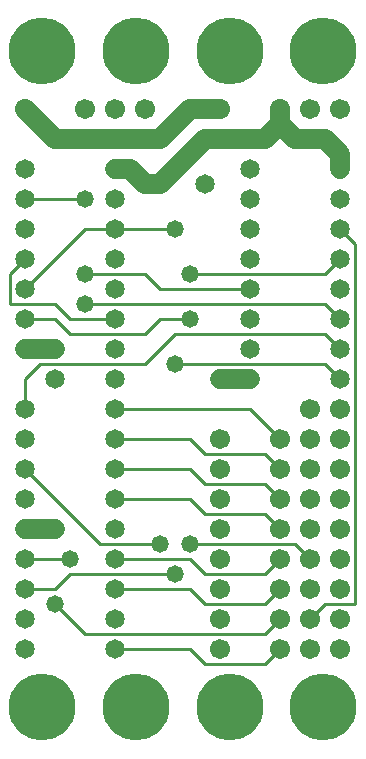
<source format=gbl>
%MOIN*%
%FSLAX25Y25*%
G04 D10 used for Character Trace; *
G04     Circle (OD=.01000) (No hole)*
G04 D11 used for Power Trace; *
G04     Circle (OD=.06700) (No hole)*
G04 D12 used for Signal Trace; *
G04     Circle (OD=.01100) (No hole)*
G04 D13 used for Via; *
G04     Circle (OD=.05800) (Round. Hole ID=.02800)*
G04 D14 used for Component hole; *
G04     Circle (OD=.06500) (Round. Hole ID=.03500)*
G04 D15 used for Component hole; *
G04     Circle (OD=.06700) (Round. Hole ID=.04300)*
G04 D16 used for Component hole; *
G04     Circle (OD=.08100) (Round. Hole ID=.05100)*
G04 D17 used for Component hole; *
G04     Circle (OD=.08900) (Round. Hole ID=.05900)*
G04 D18 used for Component hole; *
G04     Circle (OD=.11300) (Round. Hole ID=.08300)*
G04 D19 used for Component hole; *
G04     Circle (OD=.16000) (Round. Hole ID=.13000)*
G04 D20 used for Component hole; *
G04     Circle (OD=.18300) (Round. Hole ID=.15300)*
G04 D21 used for Component hole; *
G04     Circle (OD=.22291) (Round. Hole ID=.19291)*
%ADD10C,.01000*%
%ADD11C,.06700*%
%ADD12C,.01100*%
%ADD13C,.05800*%
%ADD14C,.06500*%
%ADD15C,.06700*%
%ADD16C,.08100*%
%ADD17C,.08900*%
%ADD18C,.11300*%
%ADD19C,.16000*%
%ADD20C,.18300*%
%ADD21C,.22291*%
%IPPOS*%
%LPD*%
G90*X0Y0D02*D21*X15625Y15625D03*D14*              
X10000Y35000D03*D12*X30000Y40000D02*X90000D01*    
X95000Y45000D01*D15*D03*D12*X70000Y50000D02*      
X90000D01*X70000D02*X65000Y55000D01*X40000D01*D14*
D03*Y65000D03*D12*X65000D01*X70000Y60000D01*      
X90000D01*X95000Y65000D01*D15*D03*D12*X105000D02* 
X100000Y70000D01*D15*X105000Y65000D03*D12*        
X65000Y70000D02*X100000D01*D13*X65000D03*D15*     
X75000Y65000D03*D12*X70000Y80000D02*X90000D01*    
X95000Y75000D01*D15*D03*X105000Y85000D03*         
Y75000D03*X95000Y85000D03*D12*X90000Y90000D01*    
X70000D01*X65000Y95000D01*X40000D01*D14*D03*      
Y105000D03*D12*X65000D01*X70000Y100000D01*        
X90000D01*X95000Y95000D01*D15*D03*                
X105000Y105000D03*Y95000D03*X95000Y105000D03*D12* 
X85000Y115000D01*X40000D01*D14*D03*Y125000D03*D12*
X15000Y130000D02*X50000D01*X10000Y125000D02*      
X15000Y130000D01*X10000Y115000D02*Y125000D01*D14* 
Y115000D03*X20000Y125000D03*X10000Y105000D03*D13* 
X20000Y135000D03*D11*X10000D01*D14*D03*D12*       
X25000Y140000D02*X20000Y145000D01*                
X25000Y140000D02*X50000D01*X55000Y145000D01*      
X65000D01*D13*D03*D12*X50000Y130000D02*           
X60000Y140000D01*X110000D01*X115000Y135000D01*D14*
D03*D12*Y125000D02*X110000Y130000D01*D14*         
X115000Y125000D03*D12*X60000Y130000D02*X110000D01*
D13*X60000D03*X75000Y125000D03*D11*X85000D01*D14* 
D03*Y135000D03*D15*X105000Y115000D03*             
X75000Y105000D03*D14*X85000Y145000D03*D12*        
X115000D02*X110000Y150000D01*D14*                 
X115000Y145000D03*D12*X30000Y150000D02*X110000D01*
D13*X30000D03*D12*X25000Y145000D02*X40000D01*D14* 
D03*Y155000D03*Y135000D03*D12*X55000Y155000D02*   
X50000Y160000D01*X55000Y155000D02*X85000D01*D14*  
D03*Y165000D03*D13*X65000Y160000D03*D12*          
X110000D01*X115000Y165000D01*D14*D03*D12*         
X120000Y50000D02*Y170000D01*X110000Y50000D02*     
X120000D01*X105000Y45000D02*X110000Y50000D01*D15* 
X105000Y45000D03*X115000Y35000D03*Y55000D03*      
X95000D03*D12*X90000Y50000D01*D15*                
X105000Y35000D03*X75000D03*Y55000D03*X105000D03*  
X75000Y45000D03*X95000Y35000D03*D12*              
X90000Y30000D01*X70000D01*X65000Y35000D01*        
X40000D01*D14*D03*D12*X30000Y40000D02*            
X20000Y50000D01*D13*D03*D12*X10000Y55000D02*      
X20000D01*D14*X10000D03*D12*X20000D02*            
X25000Y60000D01*X60000D01*D13*D03*X55000Y70000D03*
D12*X35000D01*X10000Y95000D01*D14*D03*Y85000D03*  
Y75000D03*D11*X20000D01*D13*D03*D14*              
X10000Y65000D03*D12*X25000D01*D13*D03*D14*        
X40000Y75000D03*Y85000D03*D12*X65000D01*          
X70000Y80000D01*D15*X75000Y75000D03*Y85000D03*    
Y95000D03*D14*X40000Y45000D03*D15*X115000D03*     
Y65000D03*Y75000D03*Y85000D03*Y95000D03*          
Y105000D03*Y115000D03*D14*X10000Y45000D03*D21*    
X46875Y15625D03*X78125D03*X109375D03*D12*         
X25000Y145000D02*X20000Y150000D01*X5000D01*       
Y160000D01*X10000Y165000D01*D14*D03*Y175000D03*   
Y155000D03*D12*X30000Y175000D01*X40000D01*D14*D03*
D12*X60000D01*D13*D03*D14*X70000Y190000D03*D12*   
X30000Y160000D02*X50000D01*D13*X30000D03*D14*     
X40000Y165000D03*D12*X10000Y145000D02*X20000D01*  
D14*X10000D03*X40000Y185000D03*D13*X30000D03*D12* 
X10000D01*D14*D03*Y195000D03*D11*X20000Y205000D02*
X55000D01*X65000Y215000D01*X75000D01*D15*D03*D11* 
X55000Y190000D02*X70000Y205000D01*                
X50000Y190000D02*X55000D01*D14*X50000D03*D11*     
X45000Y195000D01*X40000D01*D14*D03*D15*           
X50000Y215000D03*D11*X20000Y205000D02*            
X10000Y215000D01*D15*D03*D21*X15625Y234375D03*D15*
X30000Y215000D03*X40000D03*D21*X46875Y234375D03*  
D11*X70000Y205000D02*X90000D01*X95000Y210000D01*  
X100000Y205000D01*X110000D01*X115000Y200000D01*   
Y195000D01*D14*D03*Y185000D03*D15*                
X95000Y215000D03*D11*Y210000D01*D15*              
X105000Y215000D03*D14*X85000Y195000D03*D15*       
X115000Y215000D03*D21*X109375Y234375D03*D14*      
X85000Y185000D03*D21*X78125Y234375D03*D14*        
X85000Y175000D03*X115000D03*D12*X120000Y170000D01*
D14*X115000Y155000D03*M02*                        

</source>
